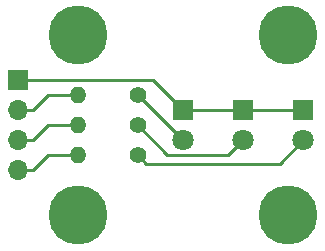
<source format=gtl>
%TF.GenerationSoftware,KiCad,Pcbnew,(5.1.10-1-10_14)*%
%TF.CreationDate,2021-10-20T08:18:25-04:00*%
%TF.ProjectId,traffic-light,74726166-6669-4632-9d6c-696768742e6b,rev?*%
%TF.SameCoordinates,Original*%
%TF.FileFunction,Copper,L1,Top*%
%TF.FilePolarity,Positive*%
%FSLAX46Y46*%
G04 Gerber Fmt 4.6, Leading zero omitted, Abs format (unit mm)*
G04 Created by KiCad (PCBNEW (5.1.10-1-10_14)) date 2021-10-20 08:18:25*
%MOMM*%
%LPD*%
G01*
G04 APERTURE LIST*
%TA.AperFunction,ComponentPad*%
%ADD10O,1.400000X1.400000*%
%TD*%
%TA.AperFunction,ComponentPad*%
%ADD11C,1.400000*%
%TD*%
%TA.AperFunction,ComponentPad*%
%ADD12O,1.700000X1.700000*%
%TD*%
%TA.AperFunction,ComponentPad*%
%ADD13R,1.700000X1.700000*%
%TD*%
%TA.AperFunction,ComponentPad*%
%ADD14C,5.000000*%
%TD*%
%TA.AperFunction,ComponentPad*%
%ADD15C,1.800000*%
%TD*%
%TA.AperFunction,ComponentPad*%
%ADD16R,1.800000X1.800000*%
%TD*%
%TA.AperFunction,Conductor*%
%ADD17C,0.250000*%
%TD*%
G04 APERTURE END LIST*
D10*
%TO.P,R3,2*%
%TO.N,Net-(J1-Pad4)*%
X118110000Y-90170000D03*
D11*
%TO.P,R3,1*%
%TO.N,Net-(D3-Pad2)*%
X123190000Y-90170000D03*
%TD*%
D10*
%TO.P,R2,2*%
%TO.N,Net-(J1-Pad3)*%
X118110000Y-87630000D03*
D11*
%TO.P,R2,1*%
%TO.N,Net-(D2-Pad2)*%
X123190000Y-87630000D03*
%TD*%
D10*
%TO.P,R1,2*%
%TO.N,Net-(J1-Pad2)*%
X118110000Y-85090000D03*
D11*
%TO.P,R1,1*%
%TO.N,Net-(D1-Pad2)*%
X123190000Y-85090000D03*
%TD*%
D12*
%TO.P,J1,4*%
%TO.N,Net-(J1-Pad4)*%
X113030000Y-91440000D03*
%TO.P,J1,3*%
%TO.N,Net-(J1-Pad3)*%
X113030000Y-88900000D03*
%TO.P,J1,2*%
%TO.N,Net-(J1-Pad2)*%
X113030000Y-86360000D03*
D13*
%TO.P,J1,1*%
%TO.N,Net-(D1-Pad1)*%
X113030000Y-83820000D03*
%TD*%
D14*
%TO.P,H4,1*%
%TO.N,N/C*%
X135890000Y-95250000D03*
%TD*%
%TO.P,H3,1*%
%TO.N,N/C*%
X118110000Y-95250000D03*
%TD*%
%TO.P,H2,1*%
%TO.N,N/C*%
X135890000Y-80010000D03*
%TD*%
%TO.P,H1,1*%
%TO.N,N/C*%
X118110000Y-80010000D03*
%TD*%
D15*
%TO.P,D3,2*%
%TO.N,Net-(D3-Pad2)*%
X137160000Y-88900000D03*
D16*
%TO.P,D3,1*%
%TO.N,Net-(D1-Pad1)*%
X137160000Y-86360000D03*
%TD*%
D15*
%TO.P,D2,2*%
%TO.N,Net-(D2-Pad2)*%
X132080000Y-88900000D03*
D16*
%TO.P,D2,1*%
%TO.N,Net-(D1-Pad1)*%
X132080000Y-86360000D03*
%TD*%
D15*
%TO.P,D1,2*%
%TO.N,Net-(D1-Pad2)*%
X127000000Y-88900000D03*
D16*
%TO.P,D1,1*%
%TO.N,Net-(D1-Pad1)*%
X127000000Y-86360000D03*
%TD*%
D17*
%TO.N,Net-(D1-Pad2)*%
X123190000Y-85090000D02*
X127000000Y-88900000D01*
%TO.N,Net-(D1-Pad1)*%
X124460000Y-83820000D02*
X127000000Y-86360000D01*
X113030000Y-83820000D02*
X124460000Y-83820000D01*
X127000000Y-86360000D02*
X132080000Y-86360000D01*
X137160000Y-86360000D02*
X132080000Y-86360000D01*
%TO.N,Net-(D2-Pad2)*%
X130854999Y-90125001D02*
X132080000Y-88900000D01*
X125685001Y-90125001D02*
X130854999Y-90125001D01*
X123190000Y-87630000D02*
X125685001Y-90125001D01*
%TO.N,Net-(D3-Pad2)*%
X135190001Y-90869999D02*
X137160000Y-88900000D01*
X123889999Y-90869999D02*
X135190001Y-90869999D01*
X123190000Y-90170000D02*
X123889999Y-90869999D01*
%TO.N,Net-(J1-Pad4)*%
X113030000Y-91440000D02*
X114300000Y-91440000D01*
X114300000Y-91440000D02*
X115570000Y-90170000D01*
X115570000Y-90170000D02*
X118110000Y-90170000D01*
%TO.N,Net-(J1-Pad3)*%
X113030000Y-88900000D02*
X114300000Y-88900000D01*
X114300000Y-88900000D02*
X115570000Y-87630000D01*
X115570000Y-87630000D02*
X118110000Y-87630000D01*
%TO.N,Net-(J1-Pad2)*%
X113030000Y-86360000D02*
X114300000Y-86360000D01*
X114300000Y-86360000D02*
X115570000Y-85090000D01*
X115570000Y-85090000D02*
X118110000Y-85090000D01*
%TD*%
M02*

</source>
